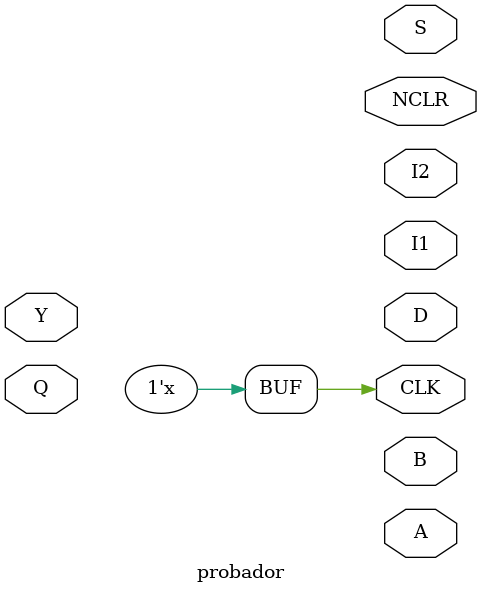
<source format=v>
module probador(A, B, S, I1, I2, NCLR, CLK, D, Y, Q);

    output reg A, B, S, I1, I2, NCLR, CLK, D;
    input Y, Q;
    // Configuracion del reloj
		initial begin
				CLK = 0;
		end

		always begin
				#1 CLK = ~CLK;
		end

endmodule

</source>
